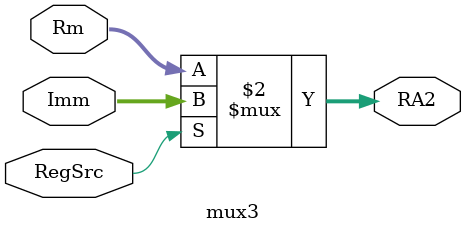
<source format=v>
module mux3(
    output [3:0] RA2,
    input RegSrc,
    input [3:0] Rm,
    input [3:0] Imm
);
    assign
        RA2 = (RegSrc==0) ? Rm : Imm;
endmodule
</source>
